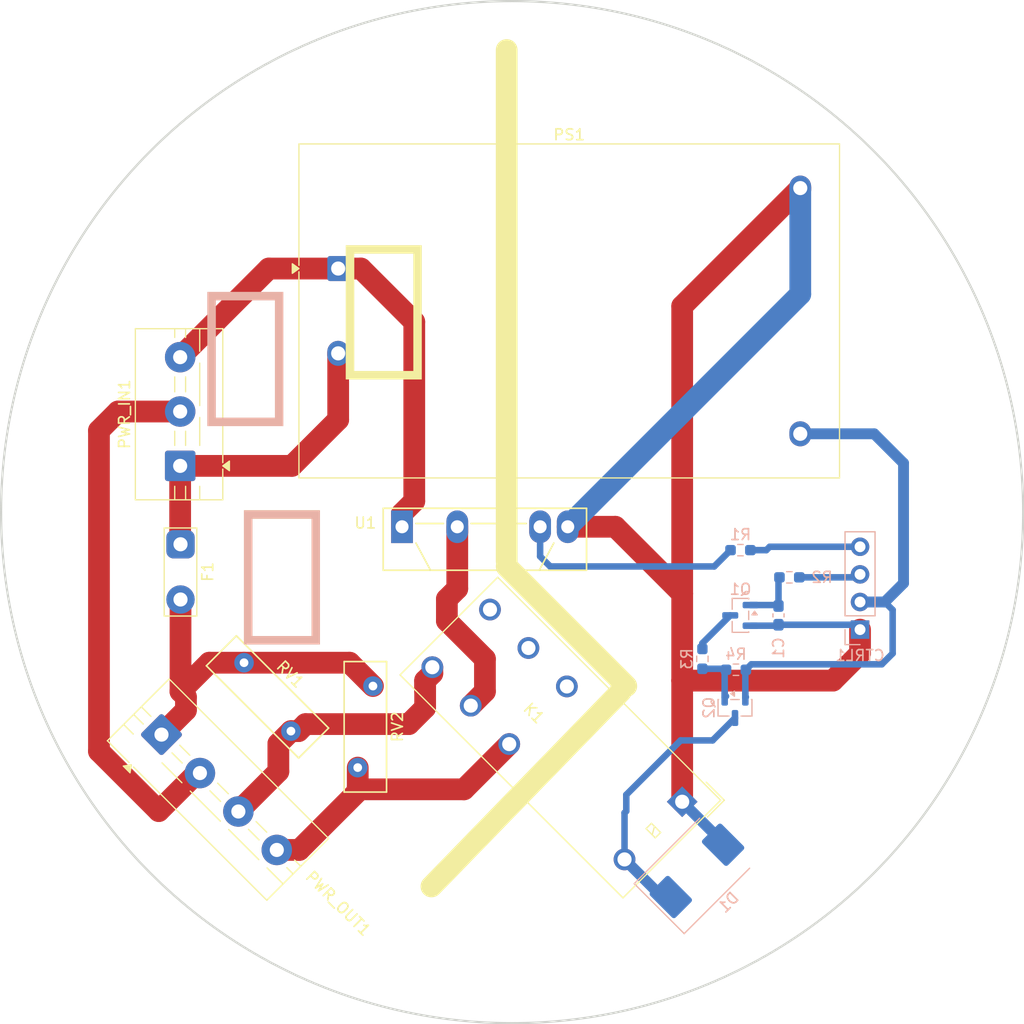
<source format=kicad_pcb>
(kicad_pcb (version 20241229) (generator "pcbnew") (generator_version "9.0")
  (layers (0 "F.Cu" signal) (2 "B.Cu" signal) (13 "F.Paste" user) (15 "B.Paste" user) (5 "F.SilkS" user "F.Silkscreen") (7 "B.SilkS" user "B.Silkscreen") (1 "F.Mask" user) (3 "B.Mask" user) (25 "Edge.Cuts" user))
  (net 0 "")
  (net 1 "Net-(Q1-B)")
  (net 2 "GND")
  (net 3 "SSR_EN")
  (net 4 "RELAY_EN")
  (net 5 "+12V")
  (net 6 "V_RELAY")
  (net 7 "N")
  (net 8 "N_OUT")
  (net 10 "UP")
  (net 11 "DOWN")
  (net 13 "L_RELAY")
  (net 15 "L")
  (net 16 "PE")
  (net 17 "Net-(Q1-C)")
  (net 18 "Net-(Q2-G)")
  (net 19 "Net-(R1-Pad2)")
  (footprint "TestPoint:TestPoint_2Pads_Pitch5.08mm_Drill1.3mm" (layer "F.Cu") (at 66.5 104.96 -90)
    (property "Reference" "F1" (at 2.54 -2.5 90) (layer "F.SilkS"))
    (property "Value" "Fuse_250V")
    (fp_line (start 6.6 1.5) (end -1.5 1.5) (stroke (width 0.12)) (layer "F.SilkS"))
    (fp_line (start 6.6 1.5) (end 6.6 -1.5) (stroke (width 0.12)) (layer "F.SilkS"))
    (fp_line (start -1.5 -1.5) (end -1.5 1.5) (stroke (width 0.12)) (layer "F.SilkS"))
    (fp_line (start -1.5 -1.5) (end 6.6 -1.5) (stroke (width 0.12)) (layer "F.SilkS"))
    (pad "1" thru_hole roundrect (at 0 0 270) (size 2.6 2.6) (drill 1.3) (layers "*.Cu" "*.Mask") (net 7 "N"))
    (pad "2" thru_hole circle (at 5.08 0 270) (size 2.6 2.6) (drill 1.3) (layers "*.Cu" "*.Mask") (net 8 "N_OUT"))
  )
  (footprint "Varistor:RV_Disc_D12mm_W3.9mm_P7.5mm" (layer "F.Cu") (at 76.656676 122.146625 135)
    (property "Reference" "RV1" (at 3.75 3.65 135) (layer "F.SilkS"))
    (property "Value" "Varistor")
    (fp_line (start 9.750001 -1.25) (end 9.75 2.65) (stroke (width 0.15)) (layer "F.SilkS"))
    (fp_line (start -2.25 -1.25) (end 9.750001 -1.25) (stroke (width 0.15)) (layer "F.SilkS"))
    (fp_line (start -2.25 -1.25) (end -2.25 2.65) (stroke (width 0.15)) (layer "F.SilkS"))
    (fp_line (start -2.25 2.65) (end 9.75 2.65) (stroke (width 0.15)) (layer "F.SilkS"))
    (pad "1" thru_hole circle (at 0 0 135) (size 1.8 1.8) (drill 0.8) (layers "*.Cu" "*.Mask") (net 11 "DOWN"))
    (pad "2" thru_hole circle (at 7.499999 1.4 135) (size 1.8 1.8) (drill 0.8) (layers "*.Cu" "*.Mask") (net 8 "N_OUT"))
  )
  (footprint "Varistor:RV_Disc_D12mm_W3.9mm_P7.5mm" (layer "F.Cu") (at 82.8 125.5 90)
    (property "Reference" "RV2" (at 3.75 3.65 90) (layer "F.SilkS"))
    (property "Value" "Varistor")
    (fp_line (start 9.75 -1.25) (end 9.75 2.65) (stroke (width 0.15)) (layer "F.SilkS"))
    (fp_line (start -2.25 -1.25) (end 9.75 -1.25) (stroke (width 0.15)) (layer "F.SilkS"))
    (fp_line (start -2.25 -1.25) (end -2.25 2.65) (stroke (width 0.15)) (layer "F.SilkS"))
    (fp_line (start -2.25 2.65) (end 9.75 2.65) (stroke (width 0.15)) (layer "F.SilkS"))
    (pad "1" thru_hole circle (at 0 0 90) (size 1.8 1.8) (drill 0.8) (layers "*.Cu" "*.Mask") (net 10 "UP"))
    (pad "2" thru_hole circle (at 7.5 1.4 90) (size 1.8 1.8) (drill 0.8) (layers "*.Cu" "*.Mask") (net 8 "N_OUT"))
  )
  (footprint "Package_SIP:SIP4_Sharp-SSR_P7.62mm_Straight" (layer "F.Cu") (at 86.875 103.35)
    (property "Reference" "U1" (at -3.375 -0.35 0) (layer "F.SilkS"))
    (property "Value" "S216S02")
    (fp_line (start -1.73 -1.7) (end 16.97 -1.7) (stroke (width 0.15)) (layer "F.SilkS"))
    (fp_line (start -1.73 4) (end -1.73 -1.7) (stroke (width 0.15)) (layer "F.SilkS"))
    (fp_line (start 1.27 -0.3) (end 3.81 -0.3) (stroke (width 0.15)) (layer "F.SilkS"))
    (fp_line (start 2.62 4) (end 1.28 1.5) (stroke (width 0.15)) (layer "F.SilkS"))
    (fp_line (start 6.35 -0.3) (end 11.43 -0.3) (stroke (width 0.15)) (layer "F.SilkS"))
    (fp_line (start 12.62 4) (end 13.96 1.5) (stroke (width 0.15)) (layer "F.SilkS"))
    (fp_line (start 16.97 -1.7) (end 16.97 4) (stroke (width 0.15)) (layer "F.SilkS"))
    (fp_line (start 16.97 4) (end -1.73 4) (stroke (width 0.15)) (layer "F.SilkS"))
    (pad "1" thru_hole rect (at 0 0) (size 2 3) (drill 1.2) (layers "*.Cu" "*.Mask") (net 15 "L"))
    (pad "2" thru_hole oval (at 5.08 0) (size 2 3) (drill 1.2) (layers "*.Cu" "*.Mask") (net 13 "L_RELAY"))
    (pad "3" thru_hole oval (at 12.7 0) (size 2 3) (drill 1.2) (layers "*.Cu" "*.Mask") (net 19 "Net-(R1-Pad2)"))
    (pad "4" thru_hole oval (at 15.24 0) (size 2 3) (drill 1.2) (layers "*.Cu" "*.Mask") (net 2 "GND"))
  )
  (footprint "Relay_THT:Relay_DPDT_Omron_G2RL-2" (layer "F.Cu") (at 112.642136 128.642136 -135)
    (property "Reference" "K1" (at 3.889087 15.403806 135) (layer "F.SilkS"))
    (property "Value" "G2RL-2")
    (fp_line (start 10.1 26.6) (end 10.1 -2.4) (stroke (width 0.12)) (layer "F.SilkS"))
    (fp_line (start -2.6 26.6) (end 10.1 26.6) (stroke (width 0.12)) (layer "F.SilkS"))
    (fp_line (start 10.1 -2.4) (end -2.6 -2.4) (stroke (width 0.12)) (layer "F.SilkS"))
    (fp_line (start 4.1 0.6) (end 4.1 -0.6) (stroke (width 0.12)) (layer "F.SilkS"))
    (fp_line (start 3.4 0.6) (end 4.1 0.6) (stroke (width 0.12)) (layer "F.SilkS"))
    (fp_line (start 3.4 0.199999) (end 4.1 -0.2) (stroke (width 0.12)) (layer "F.SilkS"))
    (fp_line (start 4.1 -0.6) (end 3.4 -0.6) (stroke (width 0.12)) (layer "F.SilkS"))
    (fp_line (start 3.4 -0.6) (end 3.4 0.6) (stroke (width 0.12)) (layer "F.SilkS"))
    (fp_line (start -2.84 -0.3) (end -2.84 -2.64) (stroke (width 0.12)) (layer "F.SilkS"))
    (fp_line (start -2.6 -2.4) (end -2.6 26.6) (stroke (width 0.12)) (layer "F.SilkS"))
    (fp_line (start -2.84 -2.64) (end -0.65 -2.639999) (stroke (width 0.12)) (layer "F.SilkS"))
    (pad "11" thru_hole circle (at 0 20.000001 225) (size 2 2) (drill 1.3) (layers "*.Cu" "*.Mask"))
    (pad "12" thru_hole circle (at 0 15 225) (size 2 2) (drill 1.3) (layers "*.Cu" "*.Mask"))
    (pad "14" thru_hole circle (at 0 25.000001 225) (size 2 2) (drill 1.3) (layers "*.Cu" "*.Mask"))
    (pad "21" thru_hole circle (at 7.499999 20 225) (size 2 2) (drill 1.3) (layers "*.Cu" "*.Mask") (net 13 "L_RELAY"))
    (pad "22" thru_hole circle (at 7.5 15 225) (size 2 2) (drill 1.3) (layers "*.Cu" "*.Mask") (net 10 "UP"))
    (pad "24" thru_hole circle (at 7.499999 25 225) (size 2 2) (drill 1.3) (layers "*.Cu" "*.Mask") (net 11 "DOWN"))
    (pad "A1" thru_hole rect (at 0 0 225) (size 2 2) (drill 1.3) (layers "*.Cu" "*.Mask") (net 2 "GND"))
    (pad "A2" thru_hole circle (at 7.5 0 225) (size 2 2) (drill 1.3) (layers "*.Cu" "*.Mask") (net 6 "V_RELAY"))
  )
  (footprint "TerminalBlock:TerminalBlock_MaiXu_MX126-5.0-03P_1x03_P5.00mm" (layer "F.Cu") (at 66.4675 97.75 90)
    (property "Reference" "PWR_IN1" (at 4.75 -5.12 90) (layer "F.SilkS"))
    (property "Value" "Screw_Terminal_01x03")
    (fp_line (start 12.62 -4.12) (end 12.62 3.92) (stroke (width 0.12)) (layer "F.SilkS"))
    (fp_line (start -3.12 -4.12) (end 12.62 -4.12) (stroke (width 0.12)) (layer "F.SilkS"))
    (fp_line (start 11.812 -0.5) (end 12.62 -0.5) (stroke (width 0.12)) (layer "F.SilkS"))
    (fp_line (start 6.812 -0.5) (end 8.188 -0.5) (stroke (width 0.12)) (layer "F.SilkS"))
    (fp_line (start 1.88 -0.5) (end 3.188 -0.5) (stroke (width 0.12)) (layer "F.SilkS"))
    (fp_line (start -3.12 -0.5) (end -1.88 -0.5) (stroke (width 0.12)) (layer "F.SilkS"))
    (fp_line (start 11.812 0.5) (end 12.62 0.5) (stroke (width 0.12)) (layer "F.SilkS"))
    (fp_line (start 6.812 0.5) (end 8.188 0.5) (stroke (width 0.12)) (layer "F.SilkS"))
    (fp_line (start 1.88 0.5) (end 3.188 0.5) (stroke (width 0.12)) (layer "F.SilkS"))
    (fp_line (start -3.12 0.5) (end -1.88 0.5) (stroke (width 0.12)) (layer "F.SilkS"))
    (fp_line (start 10.543 1.8) (end 12.62 1.8) (stroke (width 0.12)) (layer "F.SilkS"))
    (fp_line (start 5.543 1.8) (end 9.457 1.8) (stroke (width 0.12)) (layer "F.SilkS"))
    (fp_line (start 1.88 1.8) (end 4.457 1.8) (stroke (width 0.12)) (layer "F.SilkS"))
    (fp_line (start -3.12 1.8) (end -1.88 1.8) (stroke (width 0.12)) (layer "F.SilkS"))
    (fp_line (start 12.62 3.92) (end 0.3 3.92) (stroke (width 0.12)) (layer "F.SilkS"))
    (fp_line (start -0.3 3.92) (end -3.12 3.92) (stroke (width 0.12)) (layer "F.SilkS"))
    (fp_line (start -3.12 3.92) (end -3.12 -4.12) (stroke (width 0.12)) (layer "F.SilkS"))
    (fp_poly (pts (xy 0 3.92) (xy 0.44 4.53) (xy -0.44 4.53)) (stroke (width 0.12)) (fill yes) (layer "F.SilkS"))
    (pad "1" thru_hole roundrect (at 0 0 90) (size 2.8 2.8) (drill 1.3) (layers "*.Cu" "*.Mask") (roundrect_rratio 0.089286) (net 7 "N"))
    (pad "2" thru_hole circle (at 5 0 90) (size 2.8 2.8) (drill 1.3) (layers "*.Cu" "*.Mask") (net 16 "PE"))
    (pad "3" thru_hole circle (at 10 0 90) (size 2.8 2.8) (drill 1.3) (layers "*.Cu" "*.Mask") (net 15 "L"))
  )
  (footprint "TerminalBlock:TerminalBlock_MaiXu_MX126-5.0-04P_1x04_P5.00mm" (layer "F.Cu") (at 64.75 122.4675 -45)
    (property "Reference" "PWR_OUT1" (at 22.473621 -0.507349 135) (layer "F.SilkS"))
    (property "Value" "Screw_Terminal_01x04")
    (fp_line (start -3.12 3.92) (end -3.12 -4.12) (stroke (width 0.12)) (layer "F.SilkS"))
    (fp_line (start -3.12 1.8) (end -1.88 1.8) (stroke (width 0.12)) (layer "F.SilkS"))
    (fp_line (start -0.3 3.920001) (end -3.12 3.92) (stroke (width 0.12)) (layer "F.SilkS"))
    (fp_line (start -3.12 0.5) (end -1.88 0.5) (stroke (width 0.12)) (layer "F.SilkS"))
    (fp_line (start -3.12 -0.5) (end -1.88 -0.5) (stroke (width 0.12)) (layer "F.SilkS"))
    (fp_line (start 1.88 1.8) (end 4.457 1.8) (stroke (width 0.12)) (layer "F.SilkS"))
    (fp_line (start -3.12 -4.12) (end 17.62 -4.119999) (stroke (width 0.12)) (layer "F.SilkS"))
    (fp_line (start 1.88 0.5) (end 3.188 0.5) (stroke (width 0.12)) (layer "F.SilkS"))
    (fp_line (start 1.88 -0.5) (end 3.188 -0.5) (stroke (width 0.12)) (layer "F.SilkS"))
    (fp_line (start 5.543 1.8) (end 9.457 1.8) (stroke (width 0.12)) (layer "F.SilkS"))
    (fp_line (start 6.812 0.5) (end 8.188 0.5) (stroke (width 0.12)) (layer "F.SilkS"))
    (fp_line (start 6.812 -0.5) (end 8.188 -0.5) (stroke (width 0.12)) (layer "F.SilkS"))
    (fp_line (start 10.543 1.8) (end 14.457 1.8) (stroke (width 0.12)) (layer "F.SilkS"))
    (fp_line (start 11.812 0.5) (end 13.188 0.5) (stroke (width 0.12)) (layer "F.SilkS"))
    (fp_line (start 11.812 -0.5) (end 13.188 -0.5) (stroke (width 0.12)) (layer "F.SilkS"))
    (fp_line (start 17.62 3.92) (end 0.3 3.920001) (stroke (width 0.12)) (layer "F.SilkS"))
    (fp_line (start 15.543 1.8) (end 17.62 1.8) (stroke (width 0.12)) (layer "F.SilkS"))
    (fp_line (start 16.812 0.5) (end 17.62 0.5) (stroke (width 0.12)) (layer "F.SilkS"))
    (fp_line (start 16.812 -0.5) (end 17.62 -0.5) (stroke (width 0.12)) (layer "F.SilkS"))
    (fp_line (start 17.62 -4.119999) (end 17.62 3.92) (stroke (width 0.12)) (layer "F.SilkS"))
    (fp_poly (pts (xy 0 3.920001) (xy 0.44 4.53) (xy -0.44 4.53)) (stroke (width 0.12)) (fill yes) (layer "F.SilkS"))
    (pad "1" thru_hole roundrect (at 0 0 315) (size 2.8 2.8) (drill 1.3) (layers "*.Cu" "*.Mask") (roundrect_rratio 0.089286) (net 8 "N_OUT"))
    (pad "2" thru_hole circle (at 5 0 315) (size 2.8 2.8) (drill 1.3) (layers "*.Cu" "*.Mask") (net 16 "PE"))
    (pad "3" thru_hole circle (at 10 0 315) (size 2.8 2.8) (drill 1.3) (layers "*.Cu" "*.Mask") (net 11 "DOWN"))
    (pad "4" thru_hole circle (at 15 0 315) (size 2.8 2.8) (drill 1.3) (layers "*.Cu" "*.Mask") (net 10 "UP"))
  )
  (footprint "Converter_ACDC:Converter_ACDC_Hi-Link_HLK-10Mxx" (layer "F.Cu") (at 81.0025 79.6)
    (property "Reference" "PS1" (at 21.25 -12.31 0) (layer "F.SilkS"))
    (property "Value" "HLK-10M12")
    (fp_line (start -3.61 -11.46) (end 46.11 -11.46) (stroke (width 0.12)) (layer "F.SilkS"))
    (fp_line (start -3.61 -0.296) (end -3.61 -11.46) (stroke (width 0.12)) (layer "F.SilkS"))
    (fp_line (start -3.61 19.26) (end -3.61 0.296) (stroke (width 0.12)) (layer "F.SilkS"))
    (fp_line (start 46.11 -11.46) (end 46.11 19.26) (stroke (width 0.12)) (layer "F.SilkS"))
    (fp_line (start 46.11 19.26) (end -3.61 19.26) (stroke (width 0.12)) (layer "F.SilkS"))
    (fp_poly (pts (xy -3.61 0) (xy -4.22 0.44) (xy -4.22 -0.44)) (stroke (width 0.12)) (fill yes) (layer "F.SilkS"))
    (pad "1" thru_hole roundrect (at 0 0) (size 2 2.3) (drill 1.3) (layers "*.Cu" "*.Mask") (roundrect_rratio 0.125) (net 15 "L"))
    (pad "2" thru_hole oval (at 0 7.8) (size 2 2.3) (drill 1.3) (layers "*.Cu" "*.Mask") (net 7 "N"))
    (pad "3" thru_hole oval (at 42.5 -7.4) (size 2 2.3) (drill 1.3) (layers "*.Cu" "*.Mask") (net 2 "GND"))
    (pad "4" thru_hole oval (at 42.5 15.2) (size 2 2.3) (drill 1.3) (layers "*.Cu" "*.Mask") (net 5 "+12V"))
  )
  (footprint "Capacitor_SMD:C_0603_1608Metric_Pad1.08x0.95mm_HandSolder" (layer "B.Cu") (at 121.5 111.5 -90)
    (property "Reference" "C1" (at 3 0 90) (layer "B.SilkS") (effects (justify mirror)))
    (property "Value" "1uF")
    (fp_line (start -0.146267 0.51) (end 0.146267 0.51) (stroke (width 0.12)) (layer "B.SilkS"))
    (fp_line (start -0.146267 -0.51) (end 0.146267 -0.51) (stroke (width 0.12)) (layer "B.SilkS"))
    (pad "1" smd roundrect (at -0.8625 0 270) (size 1.075 0.95) (layers "B.Cu" "B.Mask" "B.Paste") (net 1 "Net-(Q1-B)"))
    (pad "2" smd roundrect (at 0.8625 0 270) (size 1.075 0.95) (layers "B.Cu" "B.Mask" "B.Paste") (net 2 "GND"))
  )
  (footprint "Diode_SMD:D_SMC" (layer "B.Cu") (at 114 135 45)
    (property "Reference" "D1" (at 0 4.1 45) (layer "B.SilkS") (effects (justify mirror)))
    (property "Value" "SS1010 F1")
    (fp_line (start -4.91 -3.25) (end -4.91 3.25) (stroke (width 0.12)) (layer "B.SilkS"))
    (fp_line (start -4.91 -3.25) (end 3.599999 -3.25) (stroke (width 0.12)) (layer "B.SilkS"))
    (fp_line (start -4.91 3.25) (end 3.599999 3.25) (stroke (width 0.12)) (layer "B.SilkS"))
    (pad "1" smd roundrect (at -3.4 0 315) (size 3.3 2.5) (layers "B.Cu" "B.Mask" "B.Paste") (roundrect_rratio 0.1) (net 6 "V_RELAY"))
    (pad "2" smd roundrect (at 3.4 0 315) (size 3.3 2.5) (layers "B.Cu" "B.Mask" "B.Paste") (roundrect_rratio 0.1) (net 2 "GND"))
  )
  (footprint "Resistor_SMD:R_0603_1608Metric_Pad0.98x0.95mm_HandSolder" (layer "B.Cu") (at 122.5 108 180)
    (property "Reference" "R2" (at -3 0 0) (layer "B.SilkS") (effects (justify mirror)))
    (property "Value" "1k")
    (fp_line (start -0.254724 0.5225) (end 0.254724 0.5225) (stroke (width 0.12)) (layer "B.SilkS"))
    (fp_line (start -0.254724 -0.5225) (end 0.254724 -0.5225) (stroke (width 0.12)) (layer "B.SilkS"))
    (pad "1" smd roundrect (at -0.9125 0 180) (size 0.975 0.95) (layers "B.Cu" "B.Mask" "B.Paste") (net 4 "RELAY_EN"))
    (pad "2" smd roundrect (at 0.9125 0 180) (size 0.975 0.95) (layers "B.Cu" "B.Mask" "B.Paste") (net 1 "Net-(Q1-B)"))
  )
  (footprint "Package_TO_SOT_SMD:SOT-23" (layer "B.Cu") (at 118 111.5 180)
    (property "Reference" "Q1" (at 0 2.4 0) (layer "B.SilkS") (effects (justify mirror)))
    (property "Value" "BC817")
    (fp_line (start 0.76 1.56) (end 0.76 0.56) (stroke (width 0.12)) (layer "B.SilkS"))
    (fp_line (start 0.76 -0.56) (end 0.76 -1.56) (stroke (width 0.12)) (layer "B.SilkS"))
    (fp_line (start 0.76 -1.56) (end -0.76 -1.56) (stroke (width 0.12)) (layer "B.SilkS"))
    (fp_line (start -0.76 1.56) (end 0.76 1.56) (stroke (width 0.12)) (layer "B.SilkS"))
    (fp_line (start -0.76 1.51) (end -0.76 1.56) (stroke (width 0.12)) (layer "B.SilkS"))
    (fp_line (start -0.76 -0.39) (end -0.76 0.39) (stroke (width 0.12)) (layer "B.SilkS"))
    (fp_line (start -0.76 -1.56) (end -0.76 -1.51) (stroke (width 0.12)) (layer "B.SilkS"))
    (fp_poly (pts (xy -1.3 0.38) (xy -1.06 0.05) (xy -1.54 0.05)) (stroke (width 0.12)) (fill yes) (layer "B.SilkS"))
    (pad "1" smd roundrect (at -0.9375 0.95 180) (size 1.475 0.6) (layers "B.Cu" "B.Mask" "B.Paste") (net 1 "Net-(Q1-B)"))
    (pad "2" smd roundrect (at -0.9375 -0.95 180) (size 1.475 0.6) (layers "B.Cu" "B.Mask" "B.Paste") (net 2 "GND"))
    (pad "3" smd roundrect (at 0.9375 0 180) (size 1.475 0.6) (layers "B.Cu" "B.Mask" "B.Paste") (net 17 "Net-(Q1-C)"))
  )
  (footprint "Package_TO_SOT_SMD:SOT-23" (layer "B.Cu") (at 117.5 120 -90)
    (property "Reference" "Q2" (at 0 2.4 90) (layer "B.SilkS") (effects (justify mirror)))
    (property "Value" "TSM500P02CX")
    (fp_line (start -0.76 1.56) (end 0.76 1.56) (stroke (width 0.12)) (layer "B.SilkS"))
    (fp_line (start 0.76 1.56) (end 0.76 0.56) (stroke (width 0.12)) (layer "B.SilkS"))
    (fp_line (start -0.76 1.51) (end -0.76 1.56) (stroke (width 0.12)) (layer "B.SilkS"))
    (fp_line (start -0.76 -0.39) (end -0.76 0.39) (stroke (width 0.12)) (layer "B.SilkS"))
    (fp_line (start 0.76 -0.56) (end 0.76 -1.56) (stroke (width 0.12)) (layer "B.SilkS"))
    (fp_line (start -0.76 -1.56) (end -0.76 -1.51) (stroke (width 0.12)) (layer "B.SilkS"))
    (fp_line (start 0.76 -1.56) (end -0.76 -1.56) (stroke (width 0.12)) (layer "B.SilkS"))
    (fp_poly (pts (xy -1.3 0.38) (xy -1.06 0.05) (xy -1.54 0.05)) (stroke (width 0.12)) (fill yes) (layer "B.SilkS"))
    (pad "1" smd roundrect (at -0.9375 0.95 270) (size 1.475 0.6) (layers "B.Cu" "B.Mask" "B.Paste") (net 18 "Net-(Q2-G)"))
    (pad "2" smd roundrect (at -0.9375 -0.95 270) (size 1.475 0.6) (layers "B.Cu" "B.Mask" "B.Paste") (net 5 "+12V"))
    (pad "3" smd roundrect (at 0.9375 0 270) (size 1.475 0.6) (layers "B.Cu" "B.Mask" "B.Paste") (net 6 "V_RELAY"))
  )
  (footprint "Resistor_SMD:R_0603_1608Metric_Pad0.98x0.95mm_HandSolder" (layer "B.Cu") (at 118 105.5 180)
    (property "Reference" "R1" (at 0 1.43 0) (layer "B.SilkS") (effects (justify mirror)))
    (property "Value" "220R")
    (fp_line (start -0.254724 0.5225) (end 0.254724 0.5225) (stroke (width 0.12)) (layer "B.SilkS"))
    (fp_line (start -0.254724 -0.5225) (end 0.254724 -0.5225) (stroke (width 0.12)) (layer "B.SilkS"))
    (pad "1" smd roundrect (at -0.9125 0 180) (size 0.975 0.95) (layers "B.Cu" "B.Mask" "B.Paste") (net 3 "SSR_EN"))
    (pad "2" smd roundrect (at 0.9125 0 180) (size 0.975 0.95) (layers "B.Cu" "B.Mask" "B.Paste") (net 19 "Net-(R1-Pad2)"))
  )
  (footprint "Resistor_SMD:R_0603_1608Metric_Pad0.98x0.95mm_HandSolder" (layer "B.Cu") (at 114.5 115.5 -90)
    (property "Reference" "R3" (at 0 1.43 90) (layer "B.SilkS") (effects (justify mirror)))
    (property "Value" "100R")
    (fp_line (start -0.254724 0.5225) (end 0.254724 0.5225) (stroke (width 0.12)) (layer "B.SilkS"))
    (fp_line (start -0.254724 -0.5225) (end 0.254724 -0.5225) (stroke (width 0.12)) (layer "B.SilkS"))
    (pad "1" smd roundrect (at -0.9125 0 270) (size 0.975 0.95) (layers "B.Cu" "B.Mask" "B.Paste") (net 17 "Net-(Q1-C)"))
    (pad "2" smd roundrect (at 0.9125 0 270) (size 0.975 0.95) (layers "B.Cu" "B.Mask" "B.Paste") (net 18 "Net-(Q2-G)"))
  )
  (footprint "Resistor_SMD:R_0603_1608Metric_Pad0.98x0.95mm_HandSolder" (layer "B.Cu") (at 117.5875 116.5 180)
    (property "Reference" "R4" (at 0 1.43 0) (layer "B.SilkS") (effects (justify mirror)))
    (property "Value" "10k")
    (fp_line (start -0.254724 0.5225) (end 0.254724 0.5225) (stroke (width 0.12)) (layer "B.SilkS"))
    (fp_line (start -0.254724 -0.5225) (end 0.254724 -0.5225) (stroke (width 0.12)) (layer "B.SilkS"))
    (pad "1" smd roundrect (at -0.9125 0 180) (size 0.975 0.95) (layers "B.Cu" "B.Mask" "B.Paste") (net 5 "+12V"))
    (pad "2" smd roundrect (at 0.9125 0 180) (size 0.975 0.95) (layers "B.Cu" "B.Mask" "B.Paste") (net 18 "Net-(Q2-G)"))
  )
  (footprint "Connector_PinHeader_2.54mm:PinHeader_1x04_P2.54mm_Vertical" (layer "B.Cu") (at 129 112.81)
    (property "Reference" "CTRL1" (at 0 2.38 0) (layer "B.SilkS") (effects (justify mirror)))
    (property "Value" "Conn_01x04_Socket")
    (fp_line (start -1.38 -9) (end 1.38 -9) (stroke (width 0.12)) (layer "B.SilkS"))
    (fp_line (start -1.38 -1.27) (end -1.38 -9) (stroke (width 0.12)) (layer "B.SilkS"))
    (fp_line (start -1.38 -1.27) (end 1.38 -1.27) (stroke (width 0.12)) (layer "B.SilkS"))
    (fp_line (start -1.38 0) (end -1.38 1.38) (stroke (width 0.12)) (layer "B.SilkS"))
    (fp_line (start -1.38 1.38) (end 0 1.38) (stroke (width 0.12)) (layer "B.SilkS"))
    (fp_line (start 1.38 -1.27) (end 1.38 -9) (stroke (width 0.12)) (layer "B.SilkS"))
    (pad "1" thru_hole rect (at 0 0) (size 1.7 1.7) (drill 1) (layers "*.Cu" "*.Mask") (net 2 "GND"))
    (pad "2" thru_hole circle (at 0 -2.54) (size 1.7 1.7) (drill 1) (layers "*.Cu" "*.Mask") (net 5 "+12V"))
    (pad "3" thru_hole circle (at 0 -5.08) (size 1.7 1.7) (drill 1) (layers "*.Cu" "*.Mask") (net 4 "RELAY_EN"))
    (pad "4" thru_hole circle (at 0 -7.62) (size 1.7 1.7) (drill 1) (layers "*.Cu" "*.Mask") (net 3 "SSR_EN"))
  )
  (gr_line (start 96.5 59.5) (end 96.5 106.5) (stroke (width 2)) (layer "F.SilkS"))
  (gr_line (start 107 118.5) (end 89.580384 136.43201) (stroke (width 2)) (layer "F.SilkS"))
  (gr_line (start 96.5 107) (end 107.5 118) (stroke (width 2)) (layer "F.SilkS"))
  (gr_circle (center 97 102.002659) (end 144 102.502659) (stroke (width 0.2)) (fill no) (layer "Edge.Cuts"))
  (gr_text "" (at 71.636218 113.378501 0) (layer "F.SilkS") (effects (font (size 10 10) (thickness 0.1)) (justify left bottom)))
  (gr_text "" (at 81 89 0) (layer "F.SilkS") (effects (font (size 10 10) (thickness 0.1)) (justify left bottom)))
  (gr_text "" (at 71.636218 113.378501 0) (layer "B.SilkS") (effects (font (size 10 10) (thickness 0.1)) (justify left bottom)))
  (gr_text "" (at 68.2675 93.293 0) (layer "B.SilkS") (effects (font (size 10 10) (thickness 0.1)) (justify left bottom)))
  (segment (start 118.9375 110.55) (end 121.4125 110.55) (width 0.6) (layer "B.Cu") (net 1))
  (segment (start 121.5 108.0875) (end 121.5875 108) (width 0.6) (layer "B.Cu") (net 1))
  (segment (start 121.4125 110.55) (end 121.5 110.6375) (width 0.6) (layer "B.Cu") (net 1))
  (segment (start 121.5 110.6375) (end 121.5 108.0875) (width 0.6) (layer "B.Cu") (net 1))
  (segment (start 123.5025 72.2) (end 112.642136 83.060364) (width 2) (layer "F.Cu") (net 2))
  (segment (start 112.642136 109.5) (end 112.642136 117.5) (width 2) (layer "F.Cu") (net 2))
  (segment (start 102.115 103.35) (end 106.492136 103.35) (width 2) (layer "F.Cu") (net 2))
  (segment (start 106.492136 103.35) (end 112.642136 109.5) (width 2) (layer "F.Cu") (net 2))
  (segment (start 112.642136 117.5) (end 126.5 117.5) (width 2) (layer "F.Cu") (net 2))
  (segment (start 129 115) (end 129 112.81) (width 2) (layer "F.Cu") (net 2))
  (segment (start 112.642136 117.5) (end 112.642136 128.642136) (width 2) (layer "F.Cu") (net 2))
  (segment (start 126.5 117.5) (end 129 115) (width 2) (layer "F.Cu") (net 2))
  (segment (start 112.642136 83.060364) (end 112.642136 109.5) (width 2) (layer "F.Cu") (net 2))
  (segment (start 121.5 112.3625) (end 128.5525 112.3625) (width 0.6) (layer "B.Cu") (net 2))
  (segment (start 121.4125 112.45) (end 121.5 112.3625) (width 0.6) (layer "B.Cu") (net 2))
  (segment (start 123.5025 72.2) (end 123.5025 81.9625) (width 2) (layer "B.Cu") (net 2))
  (segment (start 118.9375 112.45) (end 121.4125 112.45) (width 0.6) (layer "B.Cu") (net 2))
  (segment (start 116.404163 132.595837) (end 116.404163 132.404163) (width 1) (layer "B.Cu") (net 2))
  (segment (start 128.5525 112.3625) (end 129 112.81) (width 0.6) (layer "B.Cu") (net 2))
  (segment (start 123.5025 81.9625) (end 102.115 103.35) (width 2) (layer "B.Cu") (net 2))
  (segment (start 116.404163 132.404163) (end 112.642136 128.642136) (width 1) (layer "B.Cu") (net 2))
  (segment (start 120.69 105.19) (end 129 105.19) (width 0.6) (layer "B.Cu") (net 3))
  (segment (start 120.38 105.5) (end 120.69 105.19) (width 0.6) (layer "B.Cu") (net 3))
  (segment (start 118.9125 105.5) (end 120.38 105.5) (width 0.6) (layer "B.Cu") (net 3))
  (segment (start 128.73 108) (end 129 107.73) (width 0.6) (layer "B.Cu") (net 4))
  (segment (start 123.4125 108) (end 128.73 108) (width 0.6) (layer "B.Cu") (net 4))
  (segment (start 132 111) (end 131.27 110.27) (width 0.6) (layer "B.Cu") (net 5))
  (segment (start 123.5025 94.8) (end 130.3 94.8) (width 1) (layer "B.Cu") (net 5))
  (segment (start 119 116) (end 131 116) (width 0.6) (layer "B.Cu") (net 5))
  (segment (start 132 115) (end 132 111) (width 0.6) (layer "B.Cu") (net 5))
  (segment (start 130.3 94.8) (end 133 97.5) (width 1) (layer "B.Cu") (net 5))
  (segment (start 131 116) (end 132 115) (width 0.6) (layer "B.Cu") (net 5))
  (segment (start 133 108.54) (end 131.27 110.27) (width 1) (layer "B.Cu") (net 5))
  (segment (start 118.5 116.5) (end 119 116) (width 0.6) (layer "B.Cu") (net 5))
  (segment (start 118.45 116.55) (end 118.5 116.5) (width 0.6) (layer "B.Cu") (net 5))
  (segment (start 118.45 119.0625) (end 118.45 116.55) (width 0.6) (layer "B.Cu") (net 5))
  (segment (start 133 97.5) (end 133 108.54) (width 1) (layer "B.Cu") (net 5))
  (segment (start 129 110.27) (end 131.27 110.27) (width 1) (layer "B.Cu") (net 5))
  (segment (start 118.5 119.0125) (end 118.45 119.0625) (width 0.6) (layer "B.Cu") (net 5))
  (segment (start 107.5 129.5) (end 107.338835 129.661165) (width 0.6) (layer "B.Cu") (net 6))
  (segment (start 117.5 120.9375) (end 115.4375 123) (width 0.6) (layer "B.Cu") (net 6))
  (segment (start 115.4375 123) (end 112.5 123) (width 0.6) (layer "B.Cu") (net 6))
  (segment (start 112.5 123) (end 107.5 128) (width 0.6) (layer "B.Cu") (net 6))
  (segment (start 107.5 128) (end 107.5 129.5) (width 0.6) (layer "B.Cu") (net 6))
  (segment (start 111.595837 137.404163) (end 110.797561 137.404163) (width 1) (layer "B.Cu") (net 6))
  (segment (start 110.797561 137.404163) (end 107.338835 133.945437) (width 1) (layer "B.Cu") (net 6))
  (segment (start 107.338835 129.661165) (end 107.338835 133.945437) (width 0.6) (layer "B.Cu") (net 6))
  (segment (start 66.4675 104.9275) (end 66.5 104.96) (width 2) (layer "F.Cu") (net 7))
  (segment (start 66.4675 97.75) (end 76.75 97.75) (width 2) (layer "F.Cu") (net 7))
  (segment (start 76.75 97.75) (end 81.0025 93.4975) (width 2) (layer "F.Cu") (net 7))
  (segment (start 66.4675 97.75) (end 66.4675 104.9275) (width 2) (layer "F.Cu") (net 7))
  (segment (start 81.0025 93.4975) (end 81.0025 87.4) (width 2) (layer "F.Cu") (net 7))
  (segment (start 66.5 118.5) (end 66.5 110.04) (width 2) (layer "F.Cu") (net 8))
  (segment (start 72.343325 115.853375) (end 82.053375 115.853375) (width 2) (layer "F.Cu") (net 8))
  (segment (start 82.053375 115.853375) (end 84.2 118) (width 2) (layer "F.Cu") (net 8))
  (segment (start 67 120.2175) (end 67 119) (width 2) (layer "F.Cu") (net 8))
  (segment (start 69.146625 115.853375) (end 66.5 118.5) (width 2) (layer "F.Cu") (net 8))
  (segment (start 67 119) (end 66.5 118.5) (width 2) (layer "F.Cu") (net 8))
  (segment (start 72.343325 115.853375) (end 69.146625 115.853375) (width 2) (layer "F.Cu") (net 8))
  (segment (start 64.75 122.4675) (end 67 120.2175) (width 2) (layer "F.Cu") (net 8))
  (segment (start 92.571068 127.5) (end 83 127.5) (width 2) (layer "F.Cu") (net 10))
  (segment (start 83 127.5) (end 82.8 127.3) (width 2) (layer "F.Cu") (net 10))
  (segment (start 77.425898 133.074102) (end 83 127.5) (width 2) (layer "F.Cu") (net 10))
  (segment (start 96.732233 123.338835) (end 92.571068 127.5) (width 2) (layer "F.Cu") (net 10))
  (segment (start 75.356602 133.074102) (end 77.425898 133.074102) (width 2) (layer "F.Cu") (net 10))
  (segment (start 82.8 127.3) (end 82.8 125.5) (width 2) (layer "F.Cu") (net 10))
  (segment (start 89.661166 116.267767) (end 89.661166 116.838834) (width 2) (layer "F.Cu") (net 11))
  (segment (start 89 120) (end 89 117.5) (width 2) (layer "F.Cu") (net 11))
  (segment (start 89 117.5) (end 89 118.5) (width 2) (layer "F.Cu") (net 11))
  (segment (start 87.5 121.5) (end 89 120) (width 2) (layer "F.Cu") (net 11))
  (segment (start 89.661166 116.838834) (end 89 117.5) (width 2) (layer "F.Cu") (net 11))
  (segment (start 71.821068 129.538568) (end 75.5 125.859636) (width 2) (layer "F.Cu") (net 11))
  (segment (start 77.353375 122.146625) (end 78 121.5) (width 2) (layer "F.Cu") (net 11))
  (segment (start 75.5 125.859636) (end 75.5 123.303301) (width 2) (layer "F.Cu") (net 11))
  (segment (start 75.5 123.303301) (end 76.656676 122.146625) (width 2) (layer "F.Cu") (net 11))
  (segment (start 76.656676 122.146625) (end 77.353375 122.146625) (width 2) (layer "F.Cu") (net 11))
  (segment (start 78 121.5) (end 87.5 121.5) (width 2) (layer "F.Cu") (net 11))
  (segment (start 91 110) (end 91.955 109.045) (width 2) (layer "F.Cu") (net 13))
  (segment (start 93.1967 119.803301) (end 94.5 118.500001) (width 2) (layer "F.Cu") (net 13))
  (segment (start 91 112) (end 91 110) (width 2) (layer "F.Cu") (net 13))
  (segment (start 94.5 118.500001) (end 94.5 115.5) (width 2) (layer "F.Cu") (net 13))
  (segment (start 94.5 115.5) (end 91 112) (width 2) (layer "F.Cu") (net 13))
  (segment (start 91.955 109.045) (end 91.955 103.35) (width 2) (layer "F.Cu") (net 13))
  (segment (start 88 101) (end 88 84.5) (width 2) (layer "F.Cu") (net 15))
  (segment (start 83.1 79.6) (end 81.0025 79.6) (width 2) (layer "F.Cu") (net 15))
  (segment (start 88 84.5) (end 83.1 79.6) (width 2) (layer "F.Cu") (net 15))
  (segment (start 74.6175 79.6) (end 66.4675 87.75) (width 2) (layer "F.Cu") (net 15))
  (segment (start 86.875 103.35) (end 86.875 102.125) (width 2) (layer "F.Cu") (net 15))
  (segment (start 81.0025 79.6) (end 74.6175 79.6) (width 2) (layer "F.Cu") (net 15))
  (segment (start 86.875 102.125) (end 88 101) (width 2) (layer "F.Cu") (net 15))
  (segment (start 60.75 92.75) (end 66.4675 92.75) (width 2) (layer "F.Cu") (net 16))
  (segment (start 59 124) (end 59 94.5) (width 2) (layer "F.Cu") (net 16))
  (segment (start 68.285534 126.003034) (end 67.996966 126.003034) (width 2) (layer "F.Cu") (net 16))
  (segment (start 64.5 129.5) (end 59 124) (width 2) (layer "F.Cu") (net 16))
  (segment (start 59 94.5) (end 60.75 92.75) (width 2) (layer "F.Cu") (net 16))
  (segment (start 67.996966 126.003034) (end 64.5 129.5) (width 2) (layer "F.Cu") (net 16))
  (segment (start 114.5 114.5875) (end 114.5 114.0625) (width 0.6) (layer "B.Cu") (net 17))
  (segment (start 114.5 114.0625) (end 117.0625 111.5) (width 0.6) (layer "B.Cu") (net 17))
  (segment (start 116.55 119.0625) (end 116.55 116.625) (width 0.6) (layer "B.Cu") (net 18))
  (segment (start 114.5 116.4125) (end 116.5875 116.4125) (width 0.6) (layer "B.Cu") (net 18))
  (segment (start 116.675 118.9375) (end 116.55 119.0625) (width 0.6) (layer "B.Cu") (net 18))
  (segment (start 116.55 116.625) (end 116.675 116.5) (width 0.6) (layer "B.Cu") (net 18))
  (segment (start 116.5875 116.4125) (end 116.675 116.5) (width 0.6) (layer "B.Cu") (net 18))
  (segment (start 99.575 106.075) (end 100.5 107) (width 0.6) (layer "B.Cu") (net 19))
  (segment (start 99.575 103.35) (end 99.575 106.075) (width 0.6) (layer "B.Cu") (net 19))
  (segment (start 115.5875 107) (end 117.0875 105.5) (width 0.6) (layer "B.Cu") (net 19))
  (segment (start 100.5 107) (end 115.5875 107) (width 0.6) (layer "B.Cu") (net 19))
)
</source>
